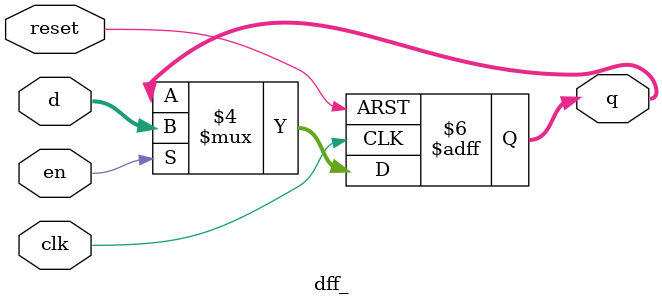
<source format=v>

module fifo#(
	parameter fifo_depth = 4096,
	parameter data_size = 8,
	parameter log_depth = 12        // log2 of fifo_depth for tracking position of wptr and rptr
)(
	input r_clk,
	input w_clk,
	input r_en,
	input w_en,
	input clear,
	input [data_size-1:0] dataIn,
	output reg [data_size-1:0] dataOut,
	output reg empty,
	output reg full
);
	reg [log_depth-1:0] rptr,wptr;
	reg [data_size-1:0] dataWr [fifo_depth-1:0];
	wire [data_size-1:0] dataRd [fifo_depth-1:0];
	reg temp_w_en;
	
	integer j;
	genvar i;
	generate 
		for(i=0; i<fifo_depth; i=i+1) begin
			dff_ node(.clk(w_clk),.reset(clear),.en(temp_w_en),.d(dataWr[i]),.q(dataRd[i]));
		end
	endgenerate 
	
	always@(posedge w_clk or negedge clear )
	begin
	    temp_w_en<=w_en;
	    
	    full <= ( (wptr == 12'b1111_1111_1111) & (rptr == 3'b0000_0000_0000) ? 1 : 0 );
	    if(~clear)begin
	       wptr<=0; 
	    end
		else if(w_en & ~full & clear) begin
			dataWr[wptr] <= dataIn;
			wptr <= wptr + 1;
		end
	end	

	always@(posedge r_clk or negedge clear)
	begin
	     empty <= ((wptr == rptr) ? 1 : 0);
	     if(~clear)begin
	       rptr <=0;
	       dataOut<=0;
	     end
		 else if(r_en & ~empty & ~clear) begin
			dataOut <= dataRd[rptr];
			rptr <= rptr + 1;
		end
	end
endmodule

module dff_#(
	parameter data_size = 8
)(
    input clk,
    input reset,
    input en,
    input [data_size-1:0] d,
    output reg [data_size-1:0] q
);

    always @(posedge clk or negedge reset) begin
        if (~reset) begin
            q <= 0;
        end
        else if (en) begin
            q <= d;
        end  
        else begin  
            q <= q;
        end  
    end
endmodule


</source>
